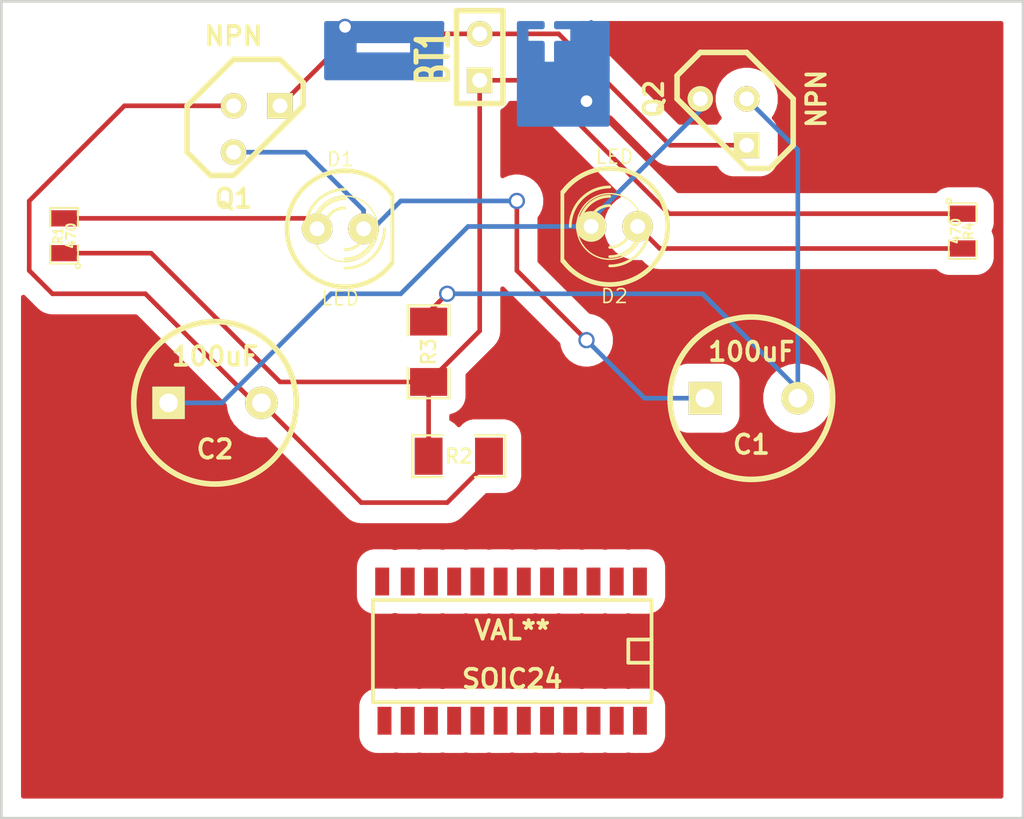
<source format=kicad_pcb>
(kicad_pcb (version 3) (host pcbnew "(2013-03-19 BZR 4004)-stable")

  (general
    (links 16)
    (no_connects 0)
    (area 155.880999 95.682999 211.911001 140.537001)
    (thickness 1.6)
    (drawings 16)
    (tracks 67)
    (zones 0)
    (modules 12)
    (nets 9)
  )

  (page A3)
  (layers
    (15 F.Cu signal)
    (0 B.Cu signal)
    (16 B.Adhes user)
    (17 F.Adhes user)
    (18 B.Paste user)
    (19 F.Paste user)
    (20 B.SilkS user)
    (21 F.SilkS user)
    (22 B.Mask user)
    (23 F.Mask user)
    (24 Dwgs.User user)
    (25 Cmts.User user)
    (26 Eco1.User user)
    (27 Eco2.User user)
    (28 Edge.Cuts user)
  )

  (setup
    (last_trace_width 0.254)
    (trace_clearance 0.254)
    (zone_clearance 1.000001)
    (zone_45_only no)
    (trace_min 0.254)
    (segment_width 0.2)
    (edge_width 0.15)
    (via_size 0.889)
    (via_drill 0.635)
    (via_min_size 0.889)
    (via_min_drill 0.508)
    (uvia_size 0.508)
    (uvia_drill 0.127)
    (uvias_allowed no)
    (uvia_min_size 0.508)
    (uvia_min_drill 0.127)
    (pcb_text_width 0.3)
    (pcb_text_size 1 1)
    (mod_edge_width 0.15)
    (mod_text_size 1 1)
    (mod_text_width 0.15)
    (pad_size 1 1)
    (pad_drill 0.6)
    (pad_to_mask_clearance 0)
    (aux_axis_origin 0 0)
    (visible_elements 7FFFFFFF)
    (pcbplotparams
      (layerselection 3178497)
      (usegerberextensions true)
      (excludeedgelayer true)
      (linewidth 152400)
      (plotframeref false)
      (viasonmask false)
      (mode 1)
      (useauxorigin false)
      (hpglpennumber 1)
      (hpglpenspeed 20)
      (hpglpendiameter 15)
      (hpglpenoverlay 2)
      (psnegative false)
      (psa4output false)
      (plotreference true)
      (plotvalue true)
      (plotothertext true)
      (plotinvisibletext false)
      (padsonsilk false)
      (subtractmaskfromsilk false)
      (outputformat 1)
      (mirror false)
      (drillshape 1)
      (scaleselection 1)
      (outputdirectory ""))
  )

  (net 0 "")
  (net 1 N-000001)
  (net 2 N-000002)
  (net 3 N-000003)
  (net 4 N-000004)
  (net 5 N-000005)
  (net 6 N-000006)
  (net 7 N-000007)
  (net 8 N-000008)

  (net_class Default "This is the default net class."
    (clearance 0.254)
    (trace_width 0.254)
    (via_dia 0.889)
    (via_drill 0.635)
    (uvia_dia 0.508)
    (uvia_drill 0.127)
    (add_net "")
    (add_net N-000001)
    (add_net N-000002)
    (add_net N-000003)
    (add_net N-000004)
    (add_net N-000005)
    (add_net N-000006)
    (add_net N-000007)
    (add_net N-000008)
  )

  (module SOIC24 (layer F.Cu) (tedit 4289BEAB) (tstamp 52E2A167)
    (at 210.058 147.574 180)
    (attr smd)
    (fp_text reference SOIC24 (at 0 -1.524 180) (layer F.SilkS)
      (effects (font (size 1.016 1.016) (thickness 0.2032)))
    )
    (fp_text value VAL** (at 0 1.143 180) (layer F.SilkS)
      (effects (font (size 1.016 1.016) (thickness 0.2032)))
    )
    (fp_line (start 7.62 -2.794) (end 7.62 2.794) (layer F.SilkS) (width 0.2032))
    (fp_line (start -7.62 -2.794) (end -7.62 2.794) (layer F.SilkS) (width 0.2032))
    (fp_line (start 7.62 -2.794) (end -7.62 -2.794) (layer F.SilkS) (width 0.2032))
    (fp_line (start -7.62 -0.635) (end -6.35 -0.635) (layer F.SilkS) (width 0.2032))
    (fp_line (start -6.35 -0.635) (end -6.35 0.635) (layer F.SilkS) (width 0.2032))
    (fp_line (start -6.35 0.635) (end -7.62 0.635) (layer F.SilkS) (width 0.2032))
    (fp_line (start -7.62 2.794) (end 7.62 2.794) (layer F.SilkS) (width 0.2032))
    (pad 1 smd rect (at -6.985 3.81 180) (size 0.762 1.524)
      (layers F.Cu F.Paste F.Mask)
    )
    (pad 2 smd rect (at -5.715 3.81 180) (size 0.762 1.524)
      (layers F.Cu F.Paste F.Mask)
    )
    (pad 3 smd rect (at -4.445 3.81 180) (size 0.762 1.524)
      (layers F.Cu F.Paste F.Mask)
    )
    (pad 4 smd rect (at -3.175 3.81 180) (size 0.762 1.524)
      (layers F.Cu F.Paste F.Mask)
    )
    (pad 5 smd rect (at -1.905 3.81 180) (size 0.762 1.524)
      (layers F.Cu F.Paste F.Mask)
    )
    (pad 6 smd rect (at -0.635 3.81 180) (size 0.762 1.524)
      (layers F.Cu F.Paste F.Mask)
    )
    (pad 7 smd rect (at 0.635 3.81 180) (size 0.762 1.524)
      (layers F.Cu F.Paste F.Mask)
    )
    (pad 8 smd rect (at 1.905 3.81 180) (size 0.762 1.524)
      (layers F.Cu F.Paste F.Mask)
    )
    (pad 9 smd rect (at 3.175 3.81 180) (size 0.762 1.524)
      (layers F.Cu F.Paste F.Mask)
    )
    (pad 10 smd rect (at 4.445 3.81 180) (size 0.762 1.524)
      (layers F.Cu F.Paste F.Mask)
    )
    (pad 11 smd rect (at 5.715 3.81 180) (size 0.762 1.524)
      (layers F.Cu F.Paste F.Mask)
    )
    (pad 12 smd rect (at 7.112 3.81 180) (size 0.762 1.524)
      (layers F.Cu F.Paste F.Mask)
    )
    (pad 24 smd rect (at -6.985 -3.81 180) (size 0.762 1.524)
      (layers F.Cu F.Paste F.Mask)
    )
    (pad 23 smd rect (at -5.715 -3.81 180) (size 0.762 1.524)
      (layers F.Cu F.Paste F.Mask)
    )
    (pad 22 smd rect (at -4.445 -3.81 180) (size 0.762 1.524)
      (layers F.Cu F.Paste F.Mask)
    )
    (pad 21 smd rect (at -3.175 -3.81 180) (size 0.762 1.524)
      (layers F.Cu F.Paste F.Mask)
    )
    (pad 20 smd rect (at -1.905 -3.81 180) (size 0.762 1.524)
      (layers F.Cu F.Paste F.Mask)
    )
    (pad 19 smd rect (at -0.635 -3.81 180) (size 0.762 1.524)
      (layers F.Cu F.Paste F.Mask)
    )
    (pad 18 smd rect (at 0.635 -3.81 180) (size 0.762 1.524)
      (layers F.Cu F.Paste F.Mask)
    )
    (pad 17 smd rect (at 1.905 -3.81 180) (size 0.762 1.524)
      (layers F.Cu F.Paste F.Mask)
    )
    (pad 16 smd rect (at 3.175 -3.81 180) (size 0.762 1.524)
      (layers F.Cu F.Paste F.Mask)
    )
    (pad 15 smd rect (at 4.445 -3.81 180) (size 0.762 1.524)
      (layers F.Cu F.Paste F.Mask)
    )
    (pad 14 smd rect (at 5.715 -3.81 180) (size 0.762 1.524)
      (layers F.Cu F.Paste F.Mask)
    )
    (pad 13 smd rect (at 6.985 -3.81 180) (size 0.762 1.524)
      (layers F.Cu F.Paste F.Mask)
    )
    (model smd/cms_soj24.wrl
      (at (xyz 0 0 0))
      (scale (xyz 0.5 0.6 0.5))
      (rotate (xyz 0 0 0))
    )
  )

  (module TO92 (layer F.Cu) (tedit 443CFFD1) (tstamp 52E5A885)
    (at 221.615 118.618 270)
    (descr "Transistor TO92 brochage type BC237")
    (tags "TR TO92")
    (path /52E59E7A)
    (autoplace_cost90 5)
    (autoplace_cost180 5)
    (fp_text reference Q2 (at -1.27 3.81 270) (layer F.SilkS)
      (effects (font (size 1.016 1.016) (thickness 0.2032)))
    )
    (fp_text value NPN (at -1.27 -5.08 270) (layer F.SilkS)
      (effects (font (size 1.016 1.016) (thickness 0.2032)))
    )
    (fp_line (start -1.27 2.54) (end 2.54 -1.27) (layer F.SilkS) (width 0.3048))
    (fp_line (start 2.54 -1.27) (end 2.54 -2.54) (layer F.SilkS) (width 0.3048))
    (fp_line (start 2.54 -2.54) (end 1.27 -3.81) (layer F.SilkS) (width 0.3048))
    (fp_line (start 1.27 -3.81) (end -1.27 -3.81) (layer F.SilkS) (width 0.3048))
    (fp_line (start -1.27 -3.81) (end -3.81 -1.27) (layer F.SilkS) (width 0.3048))
    (fp_line (start -3.81 -1.27) (end -3.81 1.27) (layer F.SilkS) (width 0.3048))
    (fp_line (start -3.81 1.27) (end -2.54 2.54) (layer F.SilkS) (width 0.3048))
    (fp_line (start -2.54 2.54) (end -1.27 2.54) (layer F.SilkS) (width 0.3048))
    (pad 1 thru_hole rect (at 1.27 -1.27 270) (size 1.397 1.397) (drill 0.8128)
      (layers *.Cu *.Mask F.SilkS)
      (net 4 N-000004)
    )
    (pad 2 thru_hole circle (at -1.27 -1.27 270) (size 1.397 1.397) (drill 0.8128)
      (layers *.Cu *.Mask F.SilkS)
      (net 2 N-000002)
    )
    (pad 3 thru_hole circle (at -1.27 1.27 270) (size 1.397 1.397) (drill 0.8128)
      (layers *.Cu *.Mask F.SilkS)
      (net 1 N-000001)
    )
    (model discret/to98.wrl
      (at (xyz 0 0 0))
      (scale (xyz 1 1 1))
      (rotate (xyz 0 0 0))
    )
  )

  (module TO92 (layer F.Cu) (tedit 443CFFD1) (tstamp 52E5A894)
    (at 196.088 118.999)
    (descr "Transistor TO92 brochage type BC237")
    (tags "TR TO92")
    (path /52E59E87)
    (fp_text reference Q1 (at -1.27 3.81) (layer F.SilkS)
      (effects (font (size 1.016 1.016) (thickness 0.2032)))
    )
    (fp_text value NPN (at -1.27 -5.08) (layer F.SilkS)
      (effects (font (size 1.016 1.016) (thickness 0.2032)))
    )
    (fp_line (start -1.27 2.54) (end 2.54 -1.27) (layer F.SilkS) (width 0.3048))
    (fp_line (start 2.54 -1.27) (end 2.54 -2.54) (layer F.SilkS) (width 0.3048))
    (fp_line (start 2.54 -2.54) (end 1.27 -3.81) (layer F.SilkS) (width 0.3048))
    (fp_line (start 1.27 -3.81) (end -1.27 -3.81) (layer F.SilkS) (width 0.3048))
    (fp_line (start -1.27 -3.81) (end -3.81 -1.27) (layer F.SilkS) (width 0.3048))
    (fp_line (start -3.81 -1.27) (end -3.81 1.27) (layer F.SilkS) (width 0.3048))
    (fp_line (start -3.81 1.27) (end -2.54 2.54) (layer F.SilkS) (width 0.3048))
    (fp_line (start -2.54 2.54) (end -1.27 2.54) (layer F.SilkS) (width 0.3048))
    (pad 1 thru_hole rect (at 1.27 -1.27) (size 1.397 1.397) (drill 0.8128)
      (layers *.Cu *.Mask F.SilkS)
      (net 4 N-000004)
    )
    (pad 2 thru_hole circle (at -1.27 -1.27) (size 1.397 1.397) (drill 0.8128)
      (layers *.Cu *.Mask F.SilkS)
      (net 7 N-000007)
    )
    (pad 3 thru_hole circle (at -1.27 1.27) (size 1.397 1.397) (drill 0.8128)
      (layers *.Cu *.Mask F.SilkS)
      (net 3 N-000003)
    )
    (model discret/to98.wrl
      (at (xyz 0 0 0))
      (scale (xyz 1 1 1))
      (rotate (xyz 0 0 0))
    )
  )

  (module SM1206 (layer F.Cu) (tedit 42806E24) (tstamp 52E5A8AD)
    (at 207.137 136.906)
    (path /52E59EEB)
    (attr smd)
    (fp_text reference R2 (at 0 0) (layer F.SilkS)
      (effects (font (size 0.762 0.762) (thickness 0.127)))
    )
    (fp_text value 10k (at 0 0) (layer F.SilkS) hide
      (effects (font (size 0.762 0.762) (thickness 0.127)))
    )
    (fp_line (start -2.54 -1.143) (end -2.54 1.143) (layer F.SilkS) (width 0.127))
    (fp_line (start -2.54 1.143) (end -0.889 1.143) (layer F.SilkS) (width 0.127))
    (fp_line (start 0.889 -1.143) (end 2.54 -1.143) (layer F.SilkS) (width 0.127))
    (fp_line (start 2.54 -1.143) (end 2.54 1.143) (layer F.SilkS) (width 0.127))
    (fp_line (start 2.54 1.143) (end 0.889 1.143) (layer F.SilkS) (width 0.127))
    (fp_line (start -0.889 -1.143) (end -2.54 -1.143) (layer F.SilkS) (width 0.127))
    (pad 1 smd rect (at -1.651 0) (size 1.524 2.032)
      (layers F.Cu F.Paste F.Mask)
      (net 8 N-000008)
    )
    (pad 2 smd rect (at 1.651 0) (size 1.524 2.032)
      (layers F.Cu F.Paste F.Mask)
      (net 7 N-000007)
    )
    (model smd/chip_cms.wrl
      (at (xyz 0 0 0))
      (scale (xyz 0.17 0.16 0.16))
      (rotate (xyz 0 0 0))
    )
  )

  (module SM1206 (layer F.Cu) (tedit 42806E24) (tstamp 52E5A8B9)
    (at 205.486 131.191 90)
    (path /52E59F0F)
    (attr smd)
    (fp_text reference R3 (at 0 0 90) (layer F.SilkS)
      (effects (font (size 0.762 0.762) (thickness 0.127)))
    )
    (fp_text value 10k (at 0 0 90) (layer F.SilkS) hide
      (effects (font (size 0.762 0.762) (thickness 0.127)))
    )
    (fp_line (start -2.54 -1.143) (end -2.54 1.143) (layer F.SilkS) (width 0.127))
    (fp_line (start -2.54 1.143) (end -0.889 1.143) (layer F.SilkS) (width 0.127))
    (fp_line (start 0.889 -1.143) (end 2.54 -1.143) (layer F.SilkS) (width 0.127))
    (fp_line (start 2.54 -1.143) (end 2.54 1.143) (layer F.SilkS) (width 0.127))
    (fp_line (start 2.54 1.143) (end 0.889 1.143) (layer F.SilkS) (width 0.127))
    (fp_line (start -0.889 -1.143) (end -2.54 -1.143) (layer F.SilkS) (width 0.127))
    (pad 1 smd rect (at -1.651 0 90) (size 1.524 2.032)
      (layers F.Cu F.Paste F.Mask)
      (net 8 N-000008)
    )
    (pad 2 smd rect (at 1.651 0 90) (size 1.524 2.032)
      (layers F.Cu F.Paste F.Mask)
      (net 2 N-000002)
    )
    (model smd/chip_cms.wrl
      (at (xyz 0 0 0))
      (scale (xyz 0.17 0.16 0.16))
      (rotate (xyz 0 0 0))
    )
  )

  (module SM0805 (layer F.Cu) (tedit 5091495C) (tstamp 52E5A8C6)
    (at 185.547 124.841 90)
    (path /52E59EDE)
    (attr smd)
    (fp_text reference R1 (at 0 -0.3175 90) (layer F.SilkS)
      (effects (font (size 0.50038 0.50038) (thickness 0.10922)))
    )
    (fp_text value 470 (at 0 0.381 90) (layer F.SilkS)
      (effects (font (size 0.50038 0.50038) (thickness 0.10922)))
    )
    (fp_circle (center -1.651 0.762) (end -1.651 0.635) (layer F.SilkS) (width 0.09906))
    (fp_line (start -0.508 0.762) (end -1.524 0.762) (layer F.SilkS) (width 0.09906))
    (fp_line (start -1.524 0.762) (end -1.524 -0.762) (layer F.SilkS) (width 0.09906))
    (fp_line (start -1.524 -0.762) (end -0.508 -0.762) (layer F.SilkS) (width 0.09906))
    (fp_line (start 0.508 -0.762) (end 1.524 -0.762) (layer F.SilkS) (width 0.09906))
    (fp_line (start 1.524 -0.762) (end 1.524 0.762) (layer F.SilkS) (width 0.09906))
    (fp_line (start 1.524 0.762) (end 0.508 0.762) (layer F.SilkS) (width 0.09906))
    (pad 1 smd rect (at -0.9525 0 90) (size 0.889 1.397)
      (layers F.Cu F.Paste F.Mask)
      (net 8 N-000008)
    )
    (pad 2 smd rect (at 0.9525 0 90) (size 0.889 1.397)
      (layers F.Cu F.Paste F.Mask)
      (net 5 N-000005)
    )
    (model smd/chip_cms.wrl
      (at (xyz 0 0 0))
      (scale (xyz 0.1 0.1 0.1))
      (rotate (xyz 0 0 0))
    )
  )

  (module SM0805 (layer F.Cu) (tedit 5091495C) (tstamp 52E5A8D3)
    (at 234.696 124.587 270)
    (path /52E59F09)
    (attr smd)
    (fp_text reference R4 (at 0 -0.3175 270) (layer F.SilkS)
      (effects (font (size 0.50038 0.50038) (thickness 0.10922)))
    )
    (fp_text value 470 (at 0 0.381 270) (layer F.SilkS)
      (effects (font (size 0.50038 0.50038) (thickness 0.10922)))
    )
    (fp_circle (center -1.651 0.762) (end -1.651 0.635) (layer F.SilkS) (width 0.09906))
    (fp_line (start -0.508 0.762) (end -1.524 0.762) (layer F.SilkS) (width 0.09906))
    (fp_line (start -1.524 0.762) (end -1.524 -0.762) (layer F.SilkS) (width 0.09906))
    (fp_line (start -1.524 -0.762) (end -0.508 -0.762) (layer F.SilkS) (width 0.09906))
    (fp_line (start 0.508 -0.762) (end 1.524 -0.762) (layer F.SilkS) (width 0.09906))
    (fp_line (start 1.524 -0.762) (end 1.524 0.762) (layer F.SilkS) (width 0.09906))
    (fp_line (start 1.524 0.762) (end 0.508 0.762) (layer F.SilkS) (width 0.09906))
    (pad 1 smd rect (at -0.9525 0 270) (size 0.889 1.397)
      (layers F.Cu F.Paste F.Mask)
      (net 8 N-000008)
    )
    (pad 2 smd rect (at 0.9525 0 270) (size 0.889 1.397)
      (layers F.Cu F.Paste F.Mask)
      (net 6 N-000006)
    )
    (model smd/chip_cms.wrl
      (at (xyz 0 0 0))
      (scale (xyz 0.1 0.1 0.1))
      (rotate (xyz 0 0 0))
    )
  )

  (module SIL-2 (layer F.Cu) (tedit 200000) (tstamp 52E5A8DD)
    (at 208.28 115.062 90)
    (descr "Connecteurs 2 pins")
    (tags "CONN DEV")
    (path /52E5A05A)
    (fp_text reference BT1 (at 0 -2.54 90) (layer F.SilkS)
      (effects (font (size 1.72974 1.08712) (thickness 0.3048)))
    )
    (fp_text value BATTERY (at 0 -2.54 90) (layer F.SilkS) hide
      (effects (font (size 1.524 1.016) (thickness 0.3048)))
    )
    (fp_line (start -2.54 1.27) (end -2.54 -1.27) (layer F.SilkS) (width 0.3048))
    (fp_line (start -2.54 -1.27) (end 2.54 -1.27) (layer F.SilkS) (width 0.3048))
    (fp_line (start 2.54 -1.27) (end 2.54 1.27) (layer F.SilkS) (width 0.3048))
    (fp_line (start 2.54 1.27) (end -2.54 1.27) (layer F.SilkS) (width 0.3048))
    (pad 1 thru_hole rect (at -1.27 0 90) (size 1.397 1.397) (drill 0.8128)
      (layers *.Cu *.Mask F.SilkS)
      (net 8 N-000008)
    )
    (pad 2 thru_hole circle (at 1.27 0 90) (size 1.397 1.397) (drill 0.8128)
      (layers *.Cu *.Mask F.SilkS)
      (net 4 N-000004)
    )
  )

  (module LED-5MM (layer F.Cu) (tedit 50ADE86B) (tstamp 52E5A8EC)
    (at 215.646 124.333 180)
    (descr "LED 5mm - Lead pitch 100mil (2,54mm)")
    (tags "LED led 5mm 5MM 100mil 2,54mm")
    (path /52E5A0DB)
    (fp_text reference D2 (at 0 -3.81 180) (layer F.SilkS)
      (effects (font (size 0.762 0.762) (thickness 0.0889)))
    )
    (fp_text value LED (at 0 3.81 180) (layer F.SilkS)
      (effects (font (size 0.762 0.762) (thickness 0.0889)))
    )
    (fp_line (start 2.8448 1.905) (end 2.8448 -1.905) (layer F.SilkS) (width 0.2032))
    (fp_circle (center 0.254 0) (end -1.016 1.27) (layer F.SilkS) (width 0.0762))
    (fp_arc (start 0.254 0) (end 2.794 1.905) (angle 286.2) (layer F.SilkS) (width 0.254))
    (fp_arc (start 0.254 0) (end -0.889 0) (angle 90) (layer F.SilkS) (width 0.1524))
    (fp_arc (start 0.254 0) (end 1.397 0) (angle 90) (layer F.SilkS) (width 0.1524))
    (fp_arc (start 0.254 0) (end -1.397 0) (angle 90) (layer F.SilkS) (width 0.1524))
    (fp_arc (start 0.254 0) (end 1.905 0) (angle 90) (layer F.SilkS) (width 0.1524))
    (fp_arc (start 0.254 0) (end -1.905 0) (angle 90) (layer F.SilkS) (width 0.1524))
    (fp_arc (start 0.254 0) (end 2.413 0) (angle 90) (layer F.SilkS) (width 0.1524))
    (pad 1 thru_hole circle (at -1.27 0 180) (size 1.6764 1.6764) (drill 0.8128)
      (layers *.Cu *.Mask F.SilkS)
      (net 6 N-000006)
    )
    (pad 2 thru_hole circle (at 1.27 0 180) (size 1.6764 1.6764) (drill 0.8128)
      (layers *.Cu *.Mask F.SilkS)
      (net 1 N-000001)
    )
    (model discret/leds/led5_vertical_verde.wrl
      (at (xyz 0 0 0))
      (scale (xyz 1 1 1))
      (rotate (xyz 0 0 0))
    )
  )

  (module LED-5MM (layer F.Cu) (tedit 50ADE86B) (tstamp 52E5A8FB)
    (at 200.66 124.46)
    (descr "LED 5mm - Lead pitch 100mil (2,54mm)")
    (tags "LED led 5mm 5MM 100mil 2,54mm")
    (path /52E5A0E8)
    (fp_text reference D1 (at 0 -3.81) (layer F.SilkS)
      (effects (font (size 0.762 0.762) (thickness 0.0889)))
    )
    (fp_text value LED (at 0 3.81) (layer F.SilkS)
      (effects (font (size 0.762 0.762) (thickness 0.0889)))
    )
    (fp_line (start 2.8448 1.905) (end 2.8448 -1.905) (layer F.SilkS) (width 0.2032))
    (fp_circle (center 0.254 0) (end -1.016 1.27) (layer F.SilkS) (width 0.0762))
    (fp_arc (start 0.254 0) (end 2.794 1.905) (angle 286.2) (layer F.SilkS) (width 0.254))
    (fp_arc (start 0.254 0) (end -0.889 0) (angle 90) (layer F.SilkS) (width 0.1524))
    (fp_arc (start 0.254 0) (end 1.397 0) (angle 90) (layer F.SilkS) (width 0.1524))
    (fp_arc (start 0.254 0) (end -1.397 0) (angle 90) (layer F.SilkS) (width 0.1524))
    (fp_arc (start 0.254 0) (end 1.905 0) (angle 90) (layer F.SilkS) (width 0.1524))
    (fp_arc (start 0.254 0) (end -1.905 0) (angle 90) (layer F.SilkS) (width 0.1524))
    (fp_arc (start 0.254 0) (end 2.413 0) (angle 90) (layer F.SilkS) (width 0.1524))
    (pad 1 thru_hole circle (at -1.27 0) (size 1.6764 1.6764) (drill 0.8128)
      (layers *.Cu *.Mask F.SilkS)
      (net 5 N-000005)
    )
    (pad 2 thru_hole circle (at 1.27 0) (size 1.6764 1.6764) (drill 0.8128)
      (layers *.Cu *.Mask F.SilkS)
      (net 3 N-000003)
    )
    (model discret/leds/led5_vertical_verde.wrl
      (at (xyz 0 0 0))
      (scale (xyz 1 1 1))
      (rotate (xyz 0 0 0))
    )
  )

  (module C2V8 (layer F.Cu) (tedit 46544AA3) (tstamp 52E5A902)
    (at 193.802 133.985)
    (descr "Condensateur polarise")
    (tags CP)
    (path /52E59F4A)
    (fp_text reference C2 (at 0 2.54) (layer F.SilkS)
      (effects (font (size 1.016 1.016) (thickness 0.2032)))
    )
    (fp_text value 100uF (at 0 -2.54) (layer F.SilkS)
      (effects (font (size 1.016 1.016) (thickness 0.2032)))
    )
    (fp_circle (center 0 0) (end -4.445 0) (layer F.SilkS) (width 0.3048))
    (pad 1 thru_hole rect (at -2.54 0) (size 1.778 1.778) (drill 1.016)
      (layers *.Cu *.Mask F.SilkS)
      (net 1 N-000001)
    )
    (pad 2 thru_hole circle (at 2.54 0) (size 1.778 1.778) (drill 1.016)
      (layers *.Cu *.Mask F.SilkS)
      (net 7 N-000007)
    )
    (model discret/c_vert_c2v10.wrl
      (at (xyz 0 0 0))
      (scale (xyz 1 1 1))
      (rotate (xyz 0 0 0))
    )
  )

  (module C2V8 (layer F.Cu) (tedit 46544AA3) (tstamp 52E5A909)
    (at 223.139 133.731)
    (descr "Condensateur polarise")
    (tags CP)
    (path /52E59F71)
    (fp_text reference C1 (at 0 2.54) (layer F.SilkS)
      (effects (font (size 1.016 1.016) (thickness 0.2032)))
    )
    (fp_text value 100uF (at 0 -2.54) (layer F.SilkS)
      (effects (font (size 1.016 1.016) (thickness 0.2032)))
    )
    (fp_circle (center 0 0) (end -4.445 0) (layer F.SilkS) (width 0.3048))
    (pad 1 thru_hole rect (at -2.54 0) (size 1.778 1.778) (drill 1.016)
      (layers *.Cu *.Mask F.SilkS)
      (net 3 N-000003)
    )
    (pad 2 thru_hole circle (at 2.54 0) (size 1.778 1.778) (drill 1.016)
      (layers *.Cu *.Mask F.SilkS)
      (net 2 N-000002)
    )
    (model discret/c_vert_c2v10.wrl
      (at (xyz 0 0 0))
      (scale (xyz 1 1 1))
      (rotate (xyz 0 0 0))
    )
  )

  (gr_text 2014 (at 234.061 153.924) (layer F.Mask)
    (effects (font (size 1 1) (thickness 0.25)))
  )
  (gr_line (start 230.505 124.079) (end 230.505 123.952) (angle 90) (layer F.Mask) (width 0.2))
  (gr_line (start 230.632 124.079) (end 230.505 124.079) (angle 90) (layer F.Mask) (width 0.2))
  (gr_line (start 220.091 124.079) (end 230.632 124.079) (angle 90) (layer F.Mask) (width 0.2))
  (gr_line (start 189.357 124.333) (end 189.357 124.206) (angle 90) (layer F.Mask) (width 0.2))
  (gr_line (start 196.469 124.333) (end 189.357 124.333) (angle 90) (layer F.Mask) (width 0.2))
  (gr_line (start 210.82 124.079) (end 205.105 124.079) (angle 90) (layer F.Mask) (width 0.2))
  (gr_circle (center 215.519 124.206) (end 219.329 126.746) (layer F.Mask) (width 0.2))
  (gr_circle (center 200.787 124.46) (end 204.343 126.746) (layer F.Mask) (width 0.2))
  (gr_text Electronics (at 185.801 151.892 300) (layer F.Mask)
    (effects (font (size 1 1) (thickness 0.25)))
  )
  (gr_text "Contextual\n" (at 186.69 150.241 300) (layer F.Mask)
    (effects (font (size 1 1) (thickness 0.25)))
  )
  (gr_circle (center 210.058 147.447) (end 218.186 149.987) (layer F.Paste) (width 0.2))
  (gr_line (start 237.998 112.014) (end 182.118 112.014) (angle 90) (layer Edge.Cuts) (width 0.15))
  (gr_line (start 237.998 156.718) (end 237.998 112.014) (angle 90) (layer Edge.Cuts) (width 0.15))
  (gr_line (start 182.118 156.718) (end 237.998 156.718) (angle 90) (layer Edge.Cuts) (width 0.15))
  (gr_line (start 182.118 112.014) (end 182.118 156.718) (angle 90) (layer Edge.Cuts) (width 0.15))

  (segment (start 214.376 124.333) (end 214.376 123.952) (width 0.254) (layer B.Cu) (net 1))
  (segment (start 220.345 117.983) (end 220.345 117.348) (width 0.254) (layer B.Cu) (net 1) (tstamp 52E5ADCC))
  (segment (start 214.376 123.952) (end 220.345 117.983) (width 0.254) (layer B.Cu) (net 1) (tstamp 52E5ADCB))
  (segment (start 191.262 133.985) (end 194.183 133.985) (width 0.254) (layer B.Cu) (net 1))
  (segment (start 207.645 124.333) (end 214.376 124.333) (width 0.254) (layer B.Cu) (net 1) (tstamp 52E5ADC7))
  (segment (start 203.962 128.016) (end 207.645 124.333) (width 0.254) (layer B.Cu) (net 1) (tstamp 52E5ADC5))
  (segment (start 200.152 128.016) (end 203.962 128.016) (width 0.254) (layer B.Cu) (net 1) (tstamp 52E5ADC3))
  (segment (start 194.183 133.985) (end 200.152 128.016) (width 0.254) (layer B.Cu) (net 1) (tstamp 52E5ADC1))
  (segment (start 205.486 129.54) (end 205.486 129.032) (width 0.254) (layer F.Cu) (net 2))
  (segment (start 225.679 133.223) (end 225.679 133.731) (width 0.254) (layer B.Cu) (net 2) (tstamp 52E5AE12))
  (segment (start 220.472 128.016) (end 225.679 133.223) (width 0.254) (layer B.Cu) (net 2) (tstamp 52E5AE11))
  (segment (start 206.502 128.016) (end 220.472 128.016) (width 0.254) (layer B.Cu) (net 2) (tstamp 52E5AE10))
  (via (at 206.502 128.016) (size 0.889) (layers F.Cu B.Cu) (net 2))
  (segment (start 205.486 129.032) (end 206.502 128.016) (width 0.254) (layer F.Cu) (net 2) (tstamp 52E5AE0E))
  (segment (start 225.679 133.731) (end 225.679 120.142) (width 0.254) (layer B.Cu) (net 2))
  (segment (start 225.679 120.142) (end 222.885 117.348) (width 0.254) (layer B.Cu) (net 2) (tstamp 52E5ADFE))
  (segment (start 201.93 124.46) (end 201.93 123.444) (width 0.254) (layer B.Cu) (net 3))
  (segment (start 198.755 120.269) (end 194.818 120.269) (width 0.254) (layer B.Cu) (net 3) (tstamp 52E5AE22))
  (segment (start 201.93 123.444) (end 198.755 120.269) (width 0.254) (layer B.Cu) (net 3) (tstamp 52E5AE21))
  (segment (start 220.599 133.731) (end 217.297 133.731) (width 0.254) (layer B.Cu) (net 3))
  (segment (start 202.438 124.46) (end 201.93 124.46) (width 0.254) (layer B.Cu) (net 3) (tstamp 52E5AE1E))
  (segment (start 203.962 122.936) (end 202.438 124.46) (width 0.254) (layer B.Cu) (net 3) (tstamp 52E5AE1D))
  (segment (start 210.312 122.936) (end 203.962 122.936) (width 0.254) (layer B.Cu) (net 3) (tstamp 52E5AE1C))
  (via (at 210.312 122.936) (size 0.889) (layers F.Cu B.Cu) (net 3))
  (segment (start 210.312 126.746) (end 210.312 122.936) (width 0.254) (layer F.Cu) (net 3) (tstamp 52E5AE19))
  (segment (start 214.122 130.556) (end 210.312 126.746) (width 0.254) (layer F.Cu) (net 3) (tstamp 52E5AE18))
  (via (at 214.122 130.556) (size 0.889) (layers F.Cu B.Cu) (net 3))
  (segment (start 217.297 133.731) (end 214.122 130.556) (width 0.254) (layer B.Cu) (net 3) (tstamp 52E5AE15))
  (segment (start 201.041 114.046) (end 201.041 113.538) (width 0.254) (layer F.Cu) (net 4))
  (segment (start 200.914 113.411) (end 201.041 113.411) (width 0.254) (layer B.Cu) (net 4) (tstamp 52E5B12A))
  (via (at 200.914 113.411) (size 0.889) (layers F.Cu B.Cu) (net 4))
  (segment (start 201.041 113.538) (end 200.914 113.411) (width 0.254) (layer F.Cu) (net 4) (tstamp 52E5B128))
  (segment (start 208.28 113.792) (end 201.295 113.792) (width 0.254) (layer F.Cu) (net 4))
  (segment (start 201.295 113.792) (end 201.041 114.046) (width 0.254) (layer F.Cu) (net 4) (tstamp 52E5ADF9))
  (segment (start 201.041 114.046) (end 197.358 117.729) (width 0.254) (layer F.Cu) (net 4) (tstamp 52E5B126))
  (segment (start 208.28 113.792) (end 212.598 113.792) (width 0.254) (layer F.Cu) (net 4))
  (segment (start 218.694 119.888) (end 222.885 119.888) (width 0.254) (layer F.Cu) (net 4) (tstamp 52E5ADF2))
  (segment (start 212.598 113.792) (end 218.694 119.888) (width 0.254) (layer F.Cu) (net 4) (tstamp 52E5ADF0))
  (segment (start 185.547 123.8885) (end 198.8185 123.8885) (width 0.254) (layer F.Cu) (net 5))
  (segment (start 198.8185 123.8885) (end 199.39 124.46) (width 0.254) (layer F.Cu) (net 5) (tstamp 52E5ADE7))
  (segment (start 234.696 125.5395) (end 218.1225 125.5395) (width 0.254) (layer F.Cu) (net 6))
  (segment (start 218.1225 125.5395) (end 216.916 124.333) (width 0.254) (layer F.Cu) (net 6) (tstamp 52E5ADF6))
  (segment (start 196.342 133.985) (end 195.961 133.985) (width 0.254) (layer F.Cu) (net 7))
  (segment (start 188.849 117.729) (end 194.818 117.729) (width 0.254) (layer F.Cu) (net 7) (tstamp 52E5ADE3))
  (segment (start 183.642 122.936) (end 188.849 117.729) (width 0.254) (layer F.Cu) (net 7) (tstamp 52E5ADE1))
  (segment (start 183.642 126.746) (end 183.642 122.936) (width 0.254) (layer F.Cu) (net 7) (tstamp 52E5ADDF))
  (segment (start 184.912 128.016) (end 183.642 126.746) (width 0.254) (layer F.Cu) (net 7) (tstamp 52E5ADDD))
  (segment (start 189.992 128.016) (end 184.912 128.016) (width 0.254) (layer F.Cu) (net 7) (tstamp 52E5ADDB))
  (segment (start 195.961 133.985) (end 189.992 128.016) (width 0.254) (layer F.Cu) (net 7) (tstamp 52E5ADDA))
  (segment (start 208.788 136.906) (end 208.788 137.16) (width 0.254) (layer F.Cu) (net 7))
  (segment (start 201.803 139.446) (end 196.342 133.985) (width 0.254) (layer F.Cu) (net 7) (tstamp 52E5ADD6))
  (segment (start 206.502 139.446) (end 201.803 139.446) (width 0.254) (layer F.Cu) (net 7) (tstamp 52E5ADD4))
  (segment (start 208.788 137.16) (end 206.502 139.446) (width 0.254) (layer F.Cu) (net 7) (tstamp 52E5ADD3))
  (segment (start 211.328 116.332) (end 212.979 116.332) (width 0.254) (layer F.Cu) (net 8))
  (segment (start 214.376 117.221) (end 214.376 113.157) (width 0.254) (layer B.Cu) (net 8) (tstamp 52E5B2C5))
  (segment (start 214.122 117.475) (end 214.376 117.221) (width 0.254) (layer B.Cu) (net 8) (tstamp 52E5B2C4))
  (via (at 214.122 117.475) (size 0.889) (layers F.Cu B.Cu) (net 8))
  (segment (start 212.979 116.332) (end 214.122 117.475) (width 0.254) (layer F.Cu) (net 8) (tstamp 52E5B2BD))
  (segment (start 234.696 123.6345) (end 218.6305 123.6345) (width 0.254) (layer F.Cu) (net 8))
  (segment (start 211.328 116.332) (end 208.28 116.332) (width 0.254) (layer F.Cu) (net 8) (tstamp 52E5ADEC))
  (segment (start 218.6305 123.6345) (end 211.328 116.332) (width 0.254) (layer F.Cu) (net 8) (tstamp 52E5ADEA))
  (segment (start 208.28 116.332) (end 208.28 130.048) (width 0.254) (layer F.Cu) (net 8))
  (segment (start 208.28 130.048) (end 205.486 132.842) (width 0.254) (layer F.Cu) (net 8) (tstamp 52E5ADCF))
  (segment (start 205.486 132.842) (end 197.358 132.842) (width 0.254) (layer F.Cu) (net 8))
  (segment (start 190.3095 125.7935) (end 185.547 125.7935) (width 0.254) (layer F.Cu) (net 8) (tstamp 52E5ADBD))
  (segment (start 197.358 132.842) (end 190.3095 125.7935) (width 0.254) (layer F.Cu) (net 8) (tstamp 52E5ADBB))
  (segment (start 205.486 132.842) (end 205.486 136.906) (width 0.254) (layer F.Cu) (net 8))

  (zone (net 4) (net_name N-000004) (layer B.Cu) (tstamp 52E5B160) (hatch full 0.508)
    (connect_pads yes (clearance 1.000001))
    (min_thickness 0.254)
    (fill (arc_segments 16) (thermal_gap 1.000001) (thermal_bridge_width 0.508))
    (polygon
      (pts
        (xy 206.248 112.268) (xy 199.771 112.268) (xy 199.771 116.332) (xy 206.248 116.332) (xy 206.375 112.268)
      )
    )
    (filled_polygon
      (pts
        (xy 206.218312 113.216001) (xy 206.124907 116.205) (xy 204.597 116.205) (xy 204.597 114.935) (xy 204.597 114.173)
        (xy 201.422 114.173) (xy 201.422 114.935) (xy 204.597 114.935) (xy 204.597 116.205) (xy 199.898 116.205)
        (xy 199.898 113.216001) (xy 206.218312 113.216001)
      )
    )
  )
  (zone (net 0) (net_name "") (layer B.Cu) (tstamp 52E5B218) (hatch full 0.508)
    (connect_pads yes (clearance 1.000001))
    (min_thickness 0.254)
    (keepout (tracks not_allowed) (vias not_allowed) (copperpour not_allowed))
    (fill (arc_segments 16) (thermal_gap 1.000001) (thermal_bridge_width 0.508))
    (polygon
      (pts
        (xy 204.47 114.808) (xy 201.549 114.808) (xy 201.549 114.3) (xy 204.47 114.3)
      )
    )
  )
  (zone (net 0) (net_name "") (layer B.Cu) (tstamp 52E5B2E0) (hatch full 0.508)
    (connect_pads yes (clearance 1.000001))
    (min_thickness 0.254)
    (keepout (tracks not_allowed) (vias not_allowed) (copperpour not_allowed))
    (fill (arc_segments 16) (thermal_gap 1.000001) (thermal_bridge_width 0.508))
    (polygon
      (pts
        (xy 213.233 114.173) (xy 212.344 114.173) (xy 212.344 115.316) (xy 211.836 115.316) (xy 211.836 114.173)
        (xy 210.947 114.173) (xy 210.947 113.665) (xy 210.947 113.538) (xy 211.836 113.538) (xy 211.836 112.776)
        (xy 212.344 112.776) (xy 212.344 113.538) (xy 213.233 113.538) (xy 213.233 114.173)
      )
    )
  )
  (zone (net 8) (net_name N-000008) (layer B.Cu) (tstamp 52E5B374) (hatch full 0.508)
    (connect_pads yes (clearance 1.000001))
    (min_thickness 0.254)
    (fill (mode segment) (arc_segments 32) (thermal_gap 1.000001) (thermal_bridge_width 0.508))
    (polygon
      (pts
        (xy 215.392 118.872) (xy 210.312 118.872) (xy 210.312 112.395) (xy 215.392 112.395)
      )
    )
    (filled_polygon
      (pts
        (xy 215.265 118.745) (xy 210.439 118.745) (xy 210.439 113.216001) (xy 211.709 113.216001) (xy 211.709 113.411)
        (xy 210.82 113.411) (xy 210.82 113.665) (xy 210.82 114.3) (xy 211.709 114.3) (xy 211.709 115.443)
        (xy 212.471 115.443) (xy 212.471 114.3) (xy 213.36 114.3) (xy 213.36 113.411) (xy 212.471 113.411)
        (xy 212.471 113.216001) (xy 215.265 113.216001) (xy 215.265 118.745)
      )
    )
    (fill_segments
      (pts (xy 210.439 113.216001) (xy 211.709 113.216001))
      (pts (xy 212.471 113.216001) (xy 215.265 113.216001))
      (pts (xy 210.439 113.419201) (xy 210.82 113.419201))
      (pts (xy 213.36 113.419201) (xy 215.265 113.419201))
      (pts (xy 210.439 113.622401) (xy 210.82 113.622401))
      (pts (xy 213.36 113.622401) (xy 215.265 113.622401))
      (pts (xy 210.439 113.825601) (xy 210.82 113.825601))
      (pts (xy 213.36 113.825601) (xy 215.265 113.825601))
      (pts (xy 210.439 114.028801) (xy 210.82 114.028801))
      (pts (xy 213.36 114.028801) (xy 215.265 114.028801))
      (pts (xy 210.439 114.232001) (xy 210.82 114.232001))
      (pts (xy 213.36 114.232001) (xy 215.265 114.232001))
      (pts (xy 210.439 114.435201) (xy 211.709 114.435201))
      (pts (xy 212.471 114.435201) (xy 215.265 114.435201))
      (pts (xy 210.439 114.638401) (xy 211.709 114.638401))
      (pts (xy 212.471 114.638401) (xy 215.265 114.638401))
      (pts (xy 210.439 114.841601) (xy 211.709 114.841601))
      (pts (xy 212.471 114.841601) (xy 215.265 114.841601))
      (pts (xy 210.439 115.044801) (xy 211.709 115.044801))
      (pts (xy 212.471 115.044801) (xy 215.265 115.044801))
      (pts (xy 210.439 115.248001) (xy 211.709 115.248001))
      (pts (xy 212.471 115.248001) (xy 215.265 115.248001))
      (pts (xy 210.439 115.451201) (xy 215.265 115.451201))
      (pts (xy 210.439 115.654401) (xy 215.265 115.654401))
      (pts (xy 210.439 115.857601) (xy 215.265 115.857601))
      (pts (xy 210.439 116.060801) (xy 215.265 116.060801))
      (pts (xy 210.439 116.264001) (xy 215.265 116.264001))
      (pts (xy 210.439 116.467201) (xy 215.265 116.467201))
      (pts (xy 210.439 116.670401) (xy 215.265 116.670401))
      (pts (xy 210.439 116.873601) (xy 215.265 116.873601))
      (pts (xy 210.439 117.076801) (xy 215.265 117.076801))
      (pts (xy 210.439 117.280001) (xy 215.265 117.280001))
      (pts (xy 210.439 117.483201) (xy 215.265 117.483201))
      (pts (xy 210.439 117.686401) (xy 215.265 117.686401))
      (pts (xy 210.439 117.889601) (xy 215.265 117.889601))
      (pts (xy 210.439 118.092801) (xy 215.265 118.092801))
      (pts (xy 210.439 118.296001) (xy 215.265 118.296001))
      (pts (xy 210.439 118.499201) (xy 215.265 118.499201))
      (pts (xy 210.439 118.702401) (xy 215.265 118.702401))
    )
  )
  (zone (net 0) (net_name "") (layer F.Mask) (tstamp 52E5B4BD) (hatch full 0.508)
    (connect_pads yes (clearance 1.000001))
    (min_thickness 0.254)
    (fill (arc_segments 32) (thermal_gap 1.000001) (thermal_bridge_width 0.508))
    (polygon
      (pts
        (xy 207.391 139.446) (xy 205.74 139.954) (xy 203.581 141.859) (xy 202.819 143.002) (xy 202.184 144.018)
        (xy 201.803 145.161) (xy 201.549 146.685) (xy 201.549 148.082) (xy 201.803 149.733) (xy 202.311 151.13)
        (xy 203.962 153.289) (xy 204.724 154.051) (xy 205.867 154.94) (xy 207.01 155.321) (xy 208.28 155.829)
        (xy 209.677 155.829) (xy 211.201 155.956) (xy 212.471 155.702) (xy 213.741 155.067) (xy 214.757 154.559)
        (xy 215.519 153.924) (xy 216.535 153.035) (xy 217.17 152.146) (xy 217.678 151.13) (xy 218.186 149.987)
        (xy 218.567 148.59) (xy 218.44 147.828) (xy 218.567 146.558) (xy 218.313 145.415) (xy 218.059 144.399)
        (xy 217.043 142.621) (xy 216.535 141.732) (xy 215.519 140.97) (xy 214.884 140.462) (xy 213.614 139.7)
        (xy 211.582 139.065) (xy 210.439 138.938) (xy 209.296 138.938) (xy 208.407 139.192) (xy 207.391 139.446)
      )
    )
    (filled_polygon
      (pts
        (xy 218.438602 146.565649) (xy 218.311947 147.832194) (xy 218.437153 148.58343) (xy 218.066019 149.944256) (xy 217.563118 151.075784)
        (xy 217.060864 152.080291) (xy 216.440247 152.949156) (xy 215.436521 153.827415) (xy 214.68702 154.452) (xy 213.684204 154.953408)
        (xy 212.429416 155.580802) (xy 211.193677 155.82795) (xy 209.682283 155.702) (xy 208.304458 155.702) (xy 207.053701 155.201697)
        (xy 205.927799 154.826396) (xy 204.808212 153.955607) (xy 204.057763 153.205158) (xy 202.423704 151.068311) (xy 201.926623 149.70134)
        (xy 201.676 148.072288) (xy 201.676 146.695511) (xy 201.926634 145.191708) (xy 202.299704 144.072496) (xy 202.925706 143.070893)
        (xy 203.677467 141.943252) (xy 205.803505 140.067336) (xy 207.4251 139.568384) (xy 208.439855 139.314695) (xy 209.313787 139.065)
        (xy 210.431966 139.065) (xy 211.555806 139.189871) (xy 213.561654 139.816699) (xy 214.811334 140.566507) (xy 215.441213 141.07041)
        (xy 216.437773 141.81783) (xy 216.932733 142.68401) (xy 217.940041 144.446798) (xy 218.189387 145.444181) (xy 218.438602 146.565649)
      )
    )
  )
  (zone (net 0) (net_name "") (layer F.Mask) (tstamp 52E5B52C) (hatch full 0.508)
    (connect_pads yes (clearance 1.000001))
    (min_thickness 0.254)
    (fill (arc_segments 32) (thermal_gap 1.000001) (thermal_bridge_width 0.508))
    (polygon
      (pts
        (xy 237.49 141.351) (xy 226.187 156.083) (xy 227.203 156.083) (xy 237.49 141.986) (xy 237.49 141.351)
      )
    )
    (filled_polygon
      (pts
        (xy 237.363 141.944589) (xy 227.138457 155.956) (xy 226.444513 155.956) (xy 237.363 141.725163) (xy 237.363 141.944589)
      )
    )
  )
  (zone (net 0) (net_name "") (layer F.Mask) (tstamp 52E5B545) (hatch full 0.508)
    (connect_pads yes (clearance 1.000001))
    (min_thickness 0.254)
    (fill (arc_segments 32) (thermal_gap 1.000001) (thermal_bridge_width 0.508))
    (polygon
      (pts
        (xy 182.753 142.367) (xy 191.77 156.083) (xy 193.167 156.083) (xy 183.515 142.24) (xy 182.88 142.494)
        (xy 182.88 142.367)
      )
    )
    (filled_polygon
      (pts
        (xy 192.923626 155.956) (xy 191.838495 155.956) (xy 183.03709 142.567947) (xy 183.468514 142.395378) (xy 192.923626 155.956)
      )
    )
  )
  (zone (net 0) (net_name "") (layer F.Mask) (tstamp 52E5B6EC) (hatch full 0.508)
    (connect_pads yes (clearance 1.000001))
    (min_thickness 0.254)
    (fill (arc_segments 32) (thermal_gap 1.000001) (thermal_bridge_width 0.508))
    (polygon
      (pts
        (xy 210.185 138.557) (xy 204.089 138.557) (xy 203.708 128.016) (xy 204.089 128.143) (xy 207.772 128.143)
        (xy 207.772 133.35) (xy 208.153 135.001) (xy 210.185 135.001)
      )
    )
    (filled_polygon
      (pts
        (xy 210.058 138.43) (xy 204.211493 138.43) (xy 203.84153 128.19438) (xy 204.068391 128.27) (xy 207.645 128.27)
        (xy 207.645 133.364464) (xy 208.05197 135.128) (xy 210.058 135.128) (xy 210.058 138.43)
      )
    )
  )
  (zone (net 0) (net_name "") (layer F.Mask) (tstamp 52E5B71F) (hatch full 0.508)
    (connect_pads yes (clearance 1.000001))
    (min_thickness 0.254)
    (fill (arc_segments 32) (thermal_gap 1.000001) (thermal_bridge_width 0.508))
    (polygon
      (pts
        (xy 237.363 128.778) (xy 234.95 129.032) (xy 232.283 117.094) (xy 187.579 117.221) (xy 187.325 130.048)
        (xy 183.515 130.048) (xy 182.372 130.429) (xy 182.372 113.284) (xy 236.728 112.649)
      )
    )
    (filled_polygon
      (pts
        (xy 237.231419 128.664149) (xy 235.049267 128.893849) (xy 232.384694 116.966711) (xy 187.454483 117.094353) (xy 187.20049 129.921)
        (xy 183.494391 129.921) (xy 182.499 130.252797) (xy 182.499 113.409525) (xy 236.605958 112.777434) (xy 237.231419 128.664149)
      )
    )
  )
  (zone (net 1) (net_name N-000001) (layer F.Cu) (tstamp 52E5B7BC) (hatch full 0.508)
    (connect_pads yes (clearance 1.000001))
    (min_thickness 0.254)
    (fill (arc_segments 32) (thermal_gap 1.000001) (thermal_bridge_width 0.508))
    (polygon
      (pts
        (xy 183.261 113.03) (xy 237.109 112.903) (xy 236.982 155.702) (xy 183.007 155.956) (xy 182.499 113.03)
        (xy 182.88 113.03)
      )
    )
    (filled_polygon
      (pts
        (xy 236.795999 155.515999) (xy 227.695087 155.515999) (xy 227.695087 133.533321) (xy 227.618295 133.145492) (xy 227.467636 132.779966)
        (xy 227.248848 132.450663) (xy 226.970265 132.170129) (xy 226.642498 131.949048) (xy 226.278032 131.79584) (xy 225.890749 131.716342)
        (xy 225.495401 131.713582) (xy 225.107045 131.787665) (xy 224.740476 131.935769) (xy 224.409654 132.152252) (xy 224.127182 132.42887)
        (xy 223.903817 132.755085) (xy 223.748069 133.118473) (xy 223.66587 133.505191) (xy 223.66035 133.900511) (xy 223.731719 134.289374)
        (xy 223.87726 134.656968) (xy 224.091429 134.989293) (xy 224.366068 135.27369) (xy 224.690716 135.499326) (xy 225.053007 135.657607)
        (xy 225.439143 135.742505) (xy 225.834414 135.750785) (xy 226.223766 135.682131) (xy 226.592367 135.53916) (xy 226.926179 135.327317)
        (xy 227.212487 135.05467) (xy 227.440384 134.731605) (xy 227.60119 134.370428) (xy 227.688781 133.984894) (xy 227.695087 133.533321)
        (xy 227.695087 155.515999) (xy 222.615793 155.515999) (xy 222.615793 134.517363) (xy 222.615049 132.731492) (xy 222.57212 132.514685)
        (xy 222.487897 132.310345) (xy 222.365589 132.126256) (xy 222.209853 131.969429) (xy 222.026623 131.845839) (xy 221.822876 131.760191)
        (xy 221.606374 131.71575) (xy 221.385363 131.714207) (xy 219.599492 131.714951) (xy 219.382685 131.75788) (xy 219.178345 131.842103)
        (xy 218.994256 131.964411) (xy 218.837429 132.120147) (xy 218.713839 132.303377) (xy 218.628191 132.507124) (xy 218.58375 132.723626)
        (xy 218.582207 132.944637) (xy 218.582951 134.730508) (xy 218.62588 134.947315) (xy 218.710103 135.151655) (xy 218.832411 135.335744)
        (xy 218.988147 135.492571) (xy 219.171377 135.616161) (xy 219.375124 135.701809) (xy 219.591626 135.74625) (xy 219.812637 135.747793)
        (xy 221.598508 135.747049) (xy 221.815315 135.70412) (xy 222.019655 135.619897) (xy 222.203744 135.497589) (xy 222.360571 135.341853)
        (xy 222.484161 135.158623) (xy 222.569809 134.954876) (xy 222.61425 134.738374) (xy 222.615793 134.517363) (xy 222.615793 155.515999)
        (xy 218.551793 155.515999) (xy 218.551793 152.043363) (xy 218.551793 144.423363) (xy 218.551049 142.891492) (xy 218.50812 142.674685)
        (xy 218.423897 142.470345) (xy 218.301589 142.286256) (xy 218.145853 142.129429) (xy 217.962623 142.005839) (xy 217.758876 141.920191)
        (xy 217.542374 141.87575) (xy 217.321363 141.874207) (xy 216.551492 141.874951) (xy 216.407438 141.903474) (xy 216.272374 141.87575)
        (xy 216.051363 141.874207) (xy 215.281492 141.874951) (xy 215.137438 141.903474) (xy 215.002374 141.87575) (xy 214.781363 141.874207)
        (xy 214.011492 141.874951) (xy 213.867438 141.903474) (xy 213.732374 141.87575) (xy 213.511363 141.874207) (xy 212.741492 141.874951)
        (xy 212.597438 141.903474) (xy 212.462374 141.87575) (xy 212.241363 141.874207) (xy 211.471492 141.874951) (xy 211.327438 141.903474)
        (xy 211.192374 141.87575) (xy 210.971363 141.874207) (xy 210.201492 141.874951) (xy 210.057438 141.903474) (xy 209.922374 141.87575)
        (xy 209.701363 141.874207) (xy 208.931492 141.874951) (xy 208.787438 141.903474) (xy 208.652374 141.87575) (xy 208.431363 141.874207)
        (xy 207.661492 141.874951) (xy 207.517438 141.903474) (xy 207.382374 141.87575) (xy 207.161363 141.874207) (xy 206.391492 141.874951)
        (xy 206.247438 141.903474) (xy 206.112374 141.87575) (xy 205.891363 141.874207) (xy 205.121492 141.874951) (xy 204.977438 141.903474)
        (xy 204.842374 141.87575) (xy 204.621363 141.874207) (xy 203.851492 141.874951) (xy 203.642794 141.916274) (xy 203.445374 141.87575)
        (xy 203.224363 141.874207) (xy 202.454492 141.874951) (xy 202.237685 141.91788) (xy 202.033345 142.002103) (xy 201.849256 142.124411)
        (xy 201.692429 142.280147) (xy 201.568839 142.463377) (xy 201.483191 142.667124) (xy 201.43875 142.883626) (xy 201.437207 143.104637)
        (xy 201.437951 144.636508) (xy 201.48088 144.853315) (xy 201.565103 145.057655) (xy 201.687411 145.241744) (xy 201.843147 145.398571)
        (xy 202.026377 145.522161) (xy 202.230124 145.607809) (xy 202.446626 145.65225) (xy 202.667637 145.653793) (xy 203.437508 145.653049)
        (xy 203.646205 145.611725) (xy 203.843626 145.65225) (xy 204.064637 145.653793) (xy 204.834508 145.653049) (xy 204.978561 145.624525)
        (xy 205.113626 145.65225) (xy 205.334637 145.653793) (xy 206.104508 145.653049) (xy 206.248561 145.624525) (xy 206.383626 145.65225)
        (xy 206.604637 145.653793) (xy 207.374508 145.653049) (xy 207.518561 145.624525) (xy 207.653626 145.65225) (xy 207.874637 145.653793)
        (xy 208.644508 145.653049) (xy 208.788561 145.624525) (xy 208.923626 145.65225) (xy 209.144637 145.653793) (xy 209.914508 145.653049)
        (xy 210.058561 145.624525) (xy 210.193626 145.65225) (xy 210.414637 145.653793) (xy 211.184508 145.653049) (xy 211.328561 145.624525)
        (xy 211.463626 145.65225) (xy 211.684637 145.653793) (xy 212.454508 145.653049) (xy 212.598561 145.624525) (xy 212.733626 145.65225)
        (xy 212.954637 145.653793) (xy 213.724508 145.653049) (xy 213.868561 145.624525) (xy 214.003626 145.65225) (xy 214.224637 145.653793)
        (xy 214.994508 145.653049) (xy 215.138561 145.624525) (xy 215.273626 145.65225) (xy 215.494637 145.653793) (xy 216.264508 145.653049)
        (xy 216.408561 145.624525) (xy 216.543626 145.65225) (xy 216.764637 145.653793) (xy 217.534508 145.653049) (xy 217.751315 145.61012)
        (xy 217.955655 145.525897) (xy 218.139744 145.403589) (xy 218.296571 145.247853) (xy 218.420161 145.064623) (xy 218.505809 144.860876)
        (xy 218.55025 144.644374) (xy 218.551793 144.423363) (xy 218.551793 152.043363) (xy 218.551049 150.511492) (xy 218.50812 150.294685)
        (xy 218.423897 150.090345) (xy 218.301589 149.906256) (xy 218.145853 149.749429) (xy 217.962623 149.625839) (xy 217.758876 149.540191)
        (xy 217.542374 149.49575) (xy 217.321363 149.494207) (xy 216.551492 149.494951) (xy 216.407438 149.523474) (xy 216.272374 149.49575)
        (xy 216.051363 149.494207) (xy 215.281492 149.494951) (xy 215.137438 149.523474) (xy 215.002374 149.49575) (xy 214.781363 149.494207)
        (xy 214.011492 149.494951) (xy 213.867438 149.523474) (xy 213.732374 149.49575) (xy 213.511363 149.494207) (xy 212.741492 149.494951)
        (xy 212.597438 149.523474) (xy 212.462374 149.49575) (xy 212.241363 149.494207) (xy 211.471492 149.494951) (xy 211.327438 149.523474)
        (xy 211.192374 149.49575) (xy 210.971363 149.494207) (xy 210.201492 149.494951) (xy 210.057438 149.523474) (xy 209.922374 149.49575)
        (xy 209.701363 149.494207) (xy 208.931492 149.494951) (xy 208.787438 149.523474) (xy 208.652374 149.49575) (xy 208.431363 149.494207)
        (xy 207.661492 149.494951) (xy 207.517438 149.523474) (xy 207.382374 149.49575) (xy 207.161363 149.494207) (xy 206.391492 149.494951)
        (xy 206.247438 149.523474) (xy 206.112374 149.49575) (xy 205.891363 149.494207) (xy 205.121492 149.494951) (xy 204.977438 149.523474)
        (xy 204.842374 149.49575) (xy 204.621363 149.494207) (xy 203.851492 149.494951) (xy 203.707438 149.523474) (xy 203.572374 149.49575)
        (xy 203.351363 149.494207) (xy 202.581492 149.494951) (xy 202.364685 149.53788) (xy 202.160345 149.622103) (xy 201.976256 149.744411)
        (xy 201.819429 149.900147) (xy 201.695839 150.083377) (xy 201.610191 150.287124) (xy 201.56575 150.503626) (xy 201.564207 150.724637)
        (xy 201.564951 152.256508) (xy 201.60788 152.473315) (xy 201.692103 152.677655) (xy 201.814411 152.861744) (xy 201.970147 153.018571)
        (xy 202.153377 153.142161) (xy 202.357124 153.227809) (xy 202.573626 153.27225) (xy 202.794637 153.273793) (xy 203.564508 153.273049)
        (xy 203.708561 153.244525) (xy 203.843626 153.27225) (xy 204.064637 153.273793) (xy 204.834508 153.273049) (xy 204.978561 153.244525)
        (xy 205.113626 153.27225) (xy 205.334637 153.273793) (xy 206.104508 153.273049) (xy 206.248561 153.244525) (xy 206.383626 153.27225)
        (xy 206.604637 153.273793) (xy 207.374508 153.273049) (xy 207.518561 153.244525) (xy 207.653626 153.27225) (xy 207.874637 153.273793)
        (xy 208.644508 153.273049) (xy 208.788561 153.244525) (xy 208.923626 153.27225) (xy 209.144637 153.273793) (xy 209.914508 153.273049)
        (xy 210.058561 153.244525) (xy 210.193626 153.27225) (xy 210.414637 153.273793) (xy 211.184508 153.273049) (xy 211.328561 153.244525)
        (xy 211.463626 153.27225) (xy 211.684637 153.273793) (xy 212.454508 153.273049) (xy 212.598561 153.244525) (xy 212.733626 153.27225)
        (xy 212.954637 153.273793) (xy 213.724508 153.273049) (xy 213.868561 153.244525) (xy 214.003626 153.27225) (xy 214.224637 153.273793)
        (xy 214.994508 153.273049) (xy 215.138561 153.244525) (xy 215.273626 153.27225) (xy 215.494637 153.273793) (xy 216.264508 153.273049)
        (xy 216.408561 153.244525) (xy 216.543626 153.27225) (xy 216.764637 153.273793) (xy 217.534508 153.273049) (xy 217.751315 153.23012)
        (xy 217.955655 153.145897) (xy 218.139744 153.023589) (xy 218.296571 152.867853) (xy 218.420161 152.684623) (xy 218.505809 152.480876)
        (xy 218.55025 152.264374) (xy 218.551793 152.043363) (xy 218.551793 155.515999) (xy 183.320001 155.515999) (xy 183.320001 128.197426)
        (xy 184.025287 128.902712) (xy 184.114801 128.97624) (xy 184.203531 129.050693) (xy 184.209307 129.053868) (xy 184.214404 129.058055)
        (xy 184.316498 129.112797) (xy 184.417996 129.168597) (xy 184.424281 129.17059) (xy 184.430093 129.173707) (xy 184.540872 129.207575)
        (xy 184.651279 129.242598) (xy 184.657831 129.243333) (xy 184.664138 129.245261) (xy 184.779348 129.256963) (xy 184.894491 129.269879)
        (xy 184.907385 129.269968) (xy 184.907623 129.269993) (xy 184.907844 129.269972) (xy 184.912 129.270001) (xy 189.472575 129.270001)
        (xy 194.323814 134.121239) (xy 194.32335 134.154511) (xy 194.394719 134.543374) (xy 194.54026 134.910968) (xy 194.754429 135.243293)
        (xy 195.029068 135.52769) (xy 195.353716 135.753326) (xy 195.716007 135.911607) (xy 196.102143 135.996505) (xy 196.497414 136.004785)
        (xy 196.574726 135.991152) (xy 200.916287 140.332712) (xy 201.005801 140.40624) (xy 201.094531 140.480693) (xy 201.100307 140.483868)
        (xy 201.105404 140.488055) (xy 201.207498 140.542797) (xy 201.308996 140.598597) (xy 201.315281 140.60059) (xy 201.321093 140.603707)
        (xy 201.431872 140.637575) (xy 201.542279 140.672598) (xy 201.548831 140.673333) (xy 201.555138 140.675261) (xy 201.670348 140.686963)
        (xy 201.785491 140.699879) (xy 201.798385 140.699968) (xy 201.798623 140.699993) (xy 201.798844 140.699972) (xy 201.803 140.700001)
        (xy 206.502 140.700001) (xy 206.617297 140.688696) (xy 206.732675 140.678602) (xy 206.739006 140.676762) (xy 206.74557 140.676119)
        (xy 206.856444 140.642643) (xy 206.967696 140.610323) (xy 206.973552 140.607287) (xy 206.979863 140.605382) (xy 207.082155 140.550991)
        (xy 207.184978 140.497693) (xy 207.190128 140.493581) (xy 207.195954 140.490484) (xy 207.285715 140.417275) (xy 207.376246 140.345007)
        (xy 207.38543 140.33595) (xy 207.385612 140.335802) (xy 207.385751 140.335633) (xy 207.388713 140.332713) (xy 208.671896 139.049529)
        (xy 209.660508 139.049049) (xy 209.877315 139.00612) (xy 210.081655 138.921897) (xy 210.265744 138.799589) (xy 210.422571 138.643853)
        (xy 210.546161 138.460623) (xy 210.631809 138.256876) (xy 210.67625 138.040374) (xy 210.677793 137.819363) (xy 210.677049 135.779492)
        (xy 210.63412 135.562685) (xy 210.549897 135.358345) (xy 210.427589 135.174256) (xy 210.271853 135.017429) (xy 210.088623 134.893839)
        (xy 209.884876 134.808191) (xy 209.668374 134.76375) (xy 209.447363 134.762207) (xy 207.915492 134.762951) (xy 207.698685 134.80588)
        (xy 207.494345 134.890103) (xy 207.310256 135.012411) (xy 207.153429 135.168147) (xy 207.137359 135.191971) (xy 207.125589 135.174256)
        (xy 206.969853 135.017429) (xy 206.786623 134.893839) (xy 206.740001 134.87424) (xy 206.740001 134.705804) (xy 206.829315 134.68812)
        (xy 207.033655 134.603897) (xy 207.217744 134.481589) (xy 207.374571 134.325853) (xy 207.498161 134.142623) (xy 207.583809 133.938876)
        (xy 207.62825 133.722374) (xy 207.629793 133.501363) (xy 207.629293 132.472132) (xy 209.166712 130.934713) (xy 209.24024 130.845198)
        (xy 209.314693 130.756469) (xy 209.317868 130.750692) (xy 209.322055 130.745596) (xy 209.376797 130.643501) (xy 209.432597 130.542004)
        (xy 209.43459 130.535718) (xy 209.437707 130.529907) (xy 209.471579 130.419114) (xy 209.506598 130.308721) (xy 209.507332 130.302169)
        (xy 209.509261 130.295863) (xy 209.520964 130.180646) (xy 209.533879 130.065509) (xy 209.533968 130.052614) (xy 209.533993 130.052377)
        (xy 209.533972 130.052155) (xy 209.534001 130.048) (xy 209.534001 127.741426) (xy 212.563656 130.771081) (xy 212.604067 130.99126)
        (xy 212.717518 131.277806) (xy 212.884466 131.536858) (xy 213.098551 131.758549) (xy 213.351618 131.934436) (xy 213.63403 132.057818)
        (xy 213.935028 132.123997) (xy 214.243147 132.130451) (xy 214.546653 132.076935) (xy 214.833983 131.965487) (xy 215.094194 131.800352)
        (xy 215.317375 131.58782) (xy 215.495024 131.335986) (xy 215.620375 131.054443) (xy 215.688653 130.753914) (xy 215.693569 130.401906)
        (xy 215.633708 130.099588) (xy 215.516267 129.814655) (xy 215.345719 129.557959) (xy 215.128559 129.339279) (xy 214.873061 129.166943)
        (xy 214.588954 129.047515) (xy 214.334762 128.995337) (xy 211.566001 126.226575) (xy 211.566001 123.884712) (xy 211.685024 123.715986)
        (xy 211.810375 123.434443) (xy 211.878653 123.133914) (xy 211.883569 122.781906) (xy 211.823708 122.479588) (xy 211.706267 122.194655)
        (xy 211.535719 121.937959) (xy 211.318559 121.719279) (xy 211.063061 121.546943) (xy 210.778954 121.427515) (xy 210.477061 121.365546)
        (xy 210.168882 121.363394) (xy 209.866153 121.421143) (xy 209.580407 121.536591) (xy 209.534001 121.566958) (xy 209.534001 118.014553)
        (xy 209.694244 117.908089) (xy 209.851071 117.752353) (xy 209.963276 117.586001) (xy 210.808575 117.586001) (xy 215.882927 122.660352)
        (xy 215.67864 122.794034) (xy 215.403285 123.063682) (xy 215.185549 123.381677) (xy 215.033726 123.735907) (xy 214.953598 124.112881)
        (xy 214.948217 124.498239) (xy 215.017788 124.877304) (xy 215.159661 125.235635) (xy 215.368433 125.559586) (xy 215.636152 125.836817)
        (xy 215.952619 126.056767) (xy 216.305781 126.21106) (xy 216.682187 126.293818) (xy 217.067498 126.301889) (xy 217.104873 126.295298)
        (xy 217.235787 126.426212) (xy 217.325301 126.49974) (xy 217.414031 126.574193) (xy 217.419807 126.577368) (xy 217.424904 126.581555)
        (xy 217.526998 126.636297) (xy 217.628496 126.692097) (xy 217.634781 126.69409) (xy 217.640593 126.697207) (xy 217.751385 126.731079)
        (xy 217.861779 126.766098) (xy 217.86833 126.766832) (xy 217.874637 126.768761) (xy 217.989853 126.780464) (xy 218.104991 126.793379)
        (xy 218.117885 126.793468) (xy 218.118123 126.793493) (xy 218.118344 126.793472) (xy 218.1225 126.793501) (xy 233.213015 126.793501)
        (xy 233.275647 126.856571) (xy 233.458877 126.980161) (xy 233.662624 127.065809) (xy 233.879126 127.11025) (xy 234.100137 127.111793)
        (xy 235.505008 127.111049) (xy 235.721815 127.06812) (xy 235.926155 126.983897) (xy 236.110244 126.861589) (xy 236.267071 126.705853)
        (xy 236.390661 126.522623) (xy 236.476309 126.318876) (xy 236.52075 126.102374) (xy 236.522293 125.881363) (xy 236.521549 124.984492)
        (xy 236.47862 124.767685) (xy 236.403843 124.586263) (xy 236.476309 124.413876) (xy 236.52075 124.197374) (xy 236.522293 123.976363)
        (xy 236.521549 123.079492) (xy 236.47862 122.862685) (xy 236.394397 122.658345) (xy 236.272089 122.474256) (xy 236.116353 122.317429)
        (xy 235.933123 122.193839) (xy 235.729376 122.108191) (xy 235.512874 122.06375) (xy 235.291863 122.062207) (xy 233.886992 122.062951)
        (xy 233.670185 122.10588) (xy 233.465845 122.190103) (xy 233.281756 122.312411) (xy 233.213191 122.380499) (xy 219.149924 122.380499)
        (xy 215.296307 118.526882) (xy 215.317375 118.50682) (xy 215.409209 118.376635) (xy 217.807287 120.774712) (xy 217.896801 120.84824)
        (xy 217.985531 120.922693) (xy 217.991307 120.925868) (xy 217.996404 120.930055) (xy 218.098463 120.984778) (xy 218.199996 121.040597)
        (xy 218.206285 121.042592) (xy 218.212093 121.045706) (xy 218.322839 121.079564) (xy 218.433279 121.114598) (xy 218.43983 121.115332)
        (xy 218.446137 121.117261) (xy 218.561313 121.128959) (xy 218.676491 121.141879) (xy 218.689394 121.141968) (xy 218.689622 121.141992)
        (xy 218.689833 121.141971) (xy 218.694 121.142001) (xy 221.202446 121.142001) (xy 221.308911 121.302244) (xy 221.464647 121.459071)
        (xy 221.647877 121.582661) (xy 221.851624 121.668309) (xy 222.068126 121.71275) (xy 222.289137 121.714293) (xy 223.694008 121.713549)
        (xy 223.910815 121.67062) (xy 224.115155 121.586397) (xy 224.299244 121.464089) (xy 224.456071 121.308353) (xy 224.579661 121.125123)
        (xy 224.665309 120.921376) (xy 224.70975 120.704874) (xy 224.711293 120.483863) (xy 224.710549 119.078992) (xy 224.66762 118.862185)
        (xy 224.583397 118.657845) (xy 224.461089 118.473756) (xy 224.381498 118.393607) (xy 224.479943 118.254054) (xy 224.625555 117.927005)
        (xy 224.704869 117.577903) (xy 224.710578 117.169) (xy 224.641043 116.817819) (xy 224.50462 116.486833) (xy 224.306506 116.188648)
        (xy 224.054248 115.934622) (xy 223.757453 115.734432) (xy 223.427427 115.595701) (xy 223.07674 115.523716) (xy 222.71875 115.521216)
        (xy 222.367092 115.588299) (xy 222.035161 115.722408) (xy 221.7356 115.918435) (xy 221.479819 116.168913) (xy 221.277562 116.464303)
        (xy 221.136531 116.793353) (xy 221.062099 117.143529) (xy 221.0571 117.501493) (xy 221.121726 117.853611) (xy 221.253514 118.18647)
        (xy 221.387583 118.394504) (xy 221.313929 118.467647) (xy 221.201723 118.633999) (xy 219.213424 118.633999) (xy 213.795426 113.216001)
        (xy 236.795999 113.216001) (xy 236.795999 155.515999)
      )
    )
  )
)

</source>
